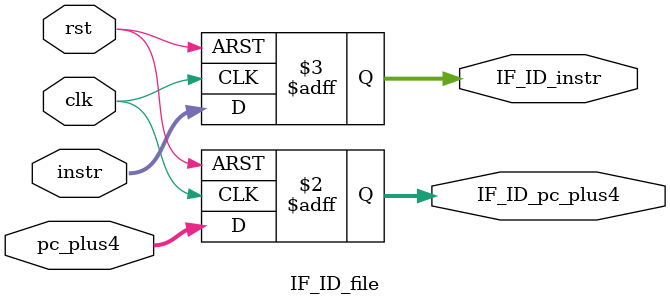
<source format=v>
`timescale 1ns / 1ps


module IF_ID_file(
input clk,rst,
input  wire [31:0] instr,
input  wire  [31:0] pc_plus4,
output reg [31:0]IF_ID_pc_plus4,
output reg [31:0] IF_ID_instr
    );

    always @(posedge clk or posedge rst)
    begin 
    if (rst)
    begin
          IF_ID_pc_plus4 <= 0;
     IF_ID_instr <= 0;
    end 
    else 
    begin
     IF_ID_pc_plus4 <= pc_plus4;
     IF_ID_instr <= instr;
    end
    end 
endmodule

</source>
